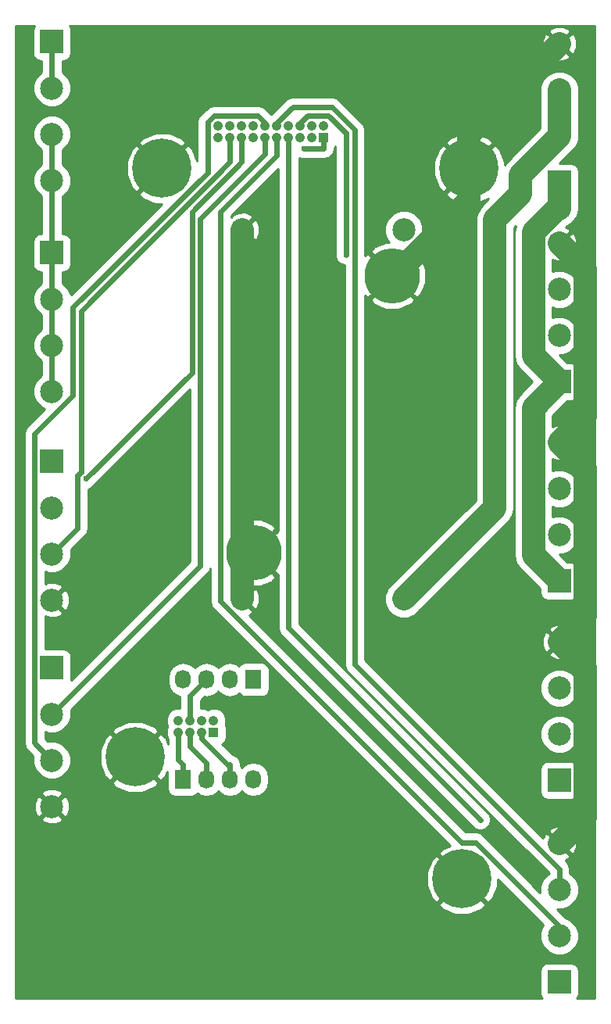
<source format=gbr>
G04 #@! TF.FileFunction,Copper,L1,Top,Signal*
%FSLAX46Y46*%
G04 Gerber Fmt 4.6, Leading zero omitted, Abs format (unit mm)*
G04 Created by KiCad (PCBNEW 4.0.3+e1-6302~38~ubuntu16.04.1-stable) date Thu Aug 18 14:21:30 2016*
%MOMM*%
%LPD*%
G01*
G04 APERTURE LIST*
%ADD10C,0.100000*%
%ADD11C,2.500000*%
%ADD12R,2.500000X2.500000*%
%ADD13R,1.727200X2.032000*%
%ADD14O,1.727200X2.032000*%
%ADD15R,1.050000X1.050000*%
%ADD16C,1.050000*%
%ADD17C,2.499360*%
%ADD18C,6.400000*%
%ADD19C,6.000000*%
%ADD20C,0.600000*%
%ADD21C,2.500000*%
%ADD22C,0.600000*%
%ADD23C,0.254000*%
G04 APERTURE END LIST*
D10*
D11*
X110363000Y-25894000D03*
X110363000Y-30894000D03*
D12*
X110363000Y-40894000D03*
D11*
X110363000Y-35894000D03*
D13*
X69596000Y-105537000D03*
D14*
X72136000Y-105537000D03*
X74676000Y-105537000D03*
X77216000Y-105537000D03*
D15*
X72898000Y-100457000D03*
D16*
X71628000Y-100457000D03*
X70358000Y-100457000D03*
X69088000Y-100457000D03*
X71628000Y-99187000D03*
X70358000Y-99187000D03*
X69088000Y-99187000D03*
X72898000Y-99187000D03*
D13*
X77216000Y-94742000D03*
D14*
X74676000Y-94742000D03*
X72136000Y-94742000D03*
X69596000Y-94742000D03*
D17*
X93500000Y-46000000D03*
X76000000Y-46000000D03*
X93500000Y-86000000D03*
X76000000Y-86000000D03*
D11*
X110363000Y-47484000D03*
X110363000Y-52484000D03*
D12*
X110363000Y-62484000D03*
D11*
X110363000Y-57484000D03*
X110363000Y-69074000D03*
X110363000Y-74074000D03*
D12*
X110363000Y-84074000D03*
D11*
X110363000Y-79074000D03*
X110363000Y-90664000D03*
X110363000Y-95664000D03*
D12*
X110363000Y-105664000D03*
D11*
X110363000Y-100664000D03*
X110363000Y-112508000D03*
X110363000Y-117508000D03*
D12*
X110363000Y-127508000D03*
D11*
X110363000Y-122508000D03*
X55372000Y-108472000D03*
X55372000Y-103472000D03*
D12*
X55372000Y-93472000D03*
D11*
X55372000Y-98472000D03*
X55372000Y-86120000D03*
X55372000Y-81120000D03*
D12*
X55372000Y-71120000D03*
D11*
X55372000Y-76120000D03*
X55372000Y-63514000D03*
X55372000Y-58514000D03*
D12*
X55372000Y-48514000D03*
D11*
X55372000Y-53514000D03*
X55372000Y-40654000D03*
X55372000Y-35654000D03*
D12*
X55372000Y-25654000D03*
D11*
X55372000Y-30654000D03*
D16*
X74676000Y-36068000D03*
X74676000Y-34798000D03*
X75946000Y-36068000D03*
X75946000Y-34798000D03*
X77216000Y-36068000D03*
X77216000Y-34798000D03*
X78486000Y-34798000D03*
X73406000Y-36068000D03*
X73406000Y-34798000D03*
X78486000Y-36068000D03*
X79756000Y-34798000D03*
X79756000Y-36068000D03*
X79756000Y-36068000D03*
X79756000Y-36068000D03*
X79756000Y-36068000D03*
X79756000Y-36068000D03*
X79756000Y-36068000D03*
X79756000Y-36068000D03*
D15*
X84836000Y-36068000D03*
D16*
X83566000Y-36068000D03*
X82296000Y-36068000D03*
X81026000Y-36068000D03*
X79756000Y-36068000D03*
X83566000Y-34798000D03*
X82296000Y-34798000D03*
X81026000Y-34798000D03*
X79756000Y-34798000D03*
X84836000Y-34798000D03*
D18*
X64389000Y-103124000D03*
X67310000Y-39370000D03*
X100584000Y-39370000D03*
D19*
X92250000Y-51000000D03*
X77250000Y-81000000D03*
D18*
X99822000Y-116332000D03*
D20*
X82665700Y-37193300D03*
X87230300Y-48736500D03*
X101791100Y-109908000D03*
X59046300Y-72984000D03*
D21*
X100584000Y-42919100D02*
X100584000Y-39370000D01*
X92503100Y-51000000D02*
X100584000Y-42919100D01*
X92250000Y-51000000D02*
X92503100Y-51000000D01*
X100584000Y-35673000D02*
X110363000Y-25894000D01*
X100584000Y-39370000D02*
X100584000Y-35673000D01*
X76000000Y-79750000D02*
X76000000Y-46000000D01*
X77250000Y-81000000D02*
X76000000Y-79750000D01*
X76000000Y-82250000D02*
X76000000Y-86000000D01*
X77250000Y-81000000D02*
X76000000Y-82250000D01*
X113163400Y-66273600D02*
X110363000Y-69074000D01*
X113163400Y-50284400D02*
X113163400Y-66273600D01*
X110363000Y-47484000D02*
X113163400Y-50284400D01*
X113163400Y-87863600D02*
X110363000Y-90664000D01*
X113163400Y-71874400D02*
X113163400Y-87863600D01*
X110363000Y-69074000D02*
X113163400Y-71874400D01*
X113163400Y-109707600D02*
X110363000Y-112508000D01*
X113163400Y-93464400D02*
X113163400Y-109707600D01*
X110363000Y-90664000D02*
X113163400Y-93464400D01*
X110363000Y-35894000D02*
X110363000Y-30894000D01*
X103362400Y-76137600D02*
X93500000Y-86000000D01*
X103362400Y-44923600D02*
X103362400Y-76137600D01*
X106162600Y-42123400D02*
X103362400Y-44923600D01*
X106162600Y-40094400D02*
X106162600Y-42123400D01*
X110363000Y-35894000D02*
X106162600Y-40094400D01*
X110363000Y-40894000D02*
X110363000Y-43694300D01*
X110151400Y-43694300D02*
X110363000Y-43694300D01*
X107558100Y-46287600D02*
X110151400Y-43694300D01*
X107558100Y-59679100D02*
X107558100Y-46287600D01*
X110363000Y-62484000D02*
X107558100Y-59679100D01*
X107561600Y-81272600D02*
X110363000Y-84074000D01*
X107561600Y-65285400D02*
X107561600Y-81272600D01*
X110363000Y-62484000D02*
X107561600Y-65285400D01*
D22*
X69088000Y-103412700D02*
X69596000Y-103920700D01*
X69088000Y-100457000D02*
X69088000Y-103412700D01*
X69596000Y-105537000D02*
X69596000Y-103920700D01*
X72136000Y-103735100D02*
X72136000Y-105537000D01*
X70358000Y-101957100D02*
X72136000Y-103735100D01*
X70358000Y-100457000D02*
X70358000Y-101957100D01*
X74416000Y-103920700D02*
X74676000Y-103920700D01*
X71628000Y-101132700D02*
X74416000Y-103920700D01*
X71628000Y-100457000D02*
X71628000Y-101132700D01*
X74676000Y-105537000D02*
X74676000Y-103920700D01*
X70358000Y-96520000D02*
X72136000Y-94742000D01*
X70358000Y-99187000D02*
X70358000Y-96520000D01*
X55372000Y-25654000D02*
X55372000Y-30654000D01*
X55372000Y-35654000D02*
X55372000Y-40654000D01*
X55372000Y-40654000D02*
X55372000Y-48514000D01*
X55372000Y-48514000D02*
X55372000Y-53514000D01*
X55372000Y-53514000D02*
X55372000Y-58514000D01*
X55372000Y-58514000D02*
X55372000Y-63514000D01*
X84836000Y-36068000D02*
X84836000Y-37193300D01*
X84836000Y-37193300D02*
X82665700Y-37193300D01*
X87230300Y-35563500D02*
X87230300Y-48736500D01*
X85331500Y-33664700D02*
X87230300Y-35563500D01*
X83075000Y-33664700D02*
X85331500Y-33664700D01*
X82296000Y-34443700D02*
X83075000Y-33664700D01*
X82296000Y-34798000D02*
X82296000Y-34443700D01*
X81026000Y-89142900D02*
X81026000Y-36068000D01*
X101791100Y-109908000D02*
X81026000Y-89142900D01*
X110363000Y-121470100D02*
X110363000Y-122508000D01*
X101266800Y-112373900D02*
X110363000Y-121470100D01*
X99742200Y-112373900D02*
X101266800Y-112373900D01*
X73640600Y-86272300D02*
X99742200Y-112373900D01*
X73640600Y-44056100D02*
X73640600Y-86272300D01*
X79756000Y-37940700D02*
X73640600Y-44056100D01*
X79756000Y-36068000D02*
X79756000Y-37940700D01*
X110363000Y-115250900D02*
X110363000Y-117508000D01*
X88166700Y-93054600D02*
X110363000Y-115250900D01*
X88166700Y-35224600D02*
X88166700Y-93054600D01*
X85694200Y-32752100D02*
X88166700Y-35224600D01*
X81461100Y-32752100D02*
X85694200Y-32752100D01*
X79756000Y-34457200D02*
X81461100Y-32752100D01*
X79756000Y-34798000D02*
X79756000Y-34457200D01*
X71449600Y-82394400D02*
X55372000Y-98472000D01*
X71449600Y-44819800D02*
X71449600Y-82394400D01*
X78486000Y-37783400D02*
X71449600Y-44819800D01*
X78486000Y-36068000D02*
X78486000Y-37783400D01*
X53501900Y-101601900D02*
X55372000Y-103472000D01*
X53501900Y-68088500D02*
X53501900Y-101601900D01*
X57621200Y-63969200D02*
X53501900Y-68088500D01*
X57621200Y-54433400D02*
X57621200Y-63969200D01*
X72238000Y-39816600D02*
X57621200Y-54433400D01*
X72238000Y-34374500D02*
X72238000Y-39816600D01*
X72955200Y-33657300D02*
X72238000Y-34374500D01*
X77700600Y-33657300D02*
X72955200Y-33657300D01*
X78486000Y-34442700D02*
X77700600Y-33657300D01*
X78486000Y-34798000D02*
X78486000Y-34442700D01*
X70549200Y-61481100D02*
X59046300Y-72984000D01*
X70549200Y-44052000D02*
X70549200Y-61481100D01*
X75946000Y-38655200D02*
X70549200Y-44052000D01*
X75946000Y-36068000D02*
X75946000Y-38655200D01*
X58146000Y-78346000D02*
X55372000Y-81120000D01*
X58146000Y-72611000D02*
X58146000Y-78346000D01*
X58521500Y-72235500D02*
X58146000Y-72611000D01*
X58521500Y-54806400D02*
X58521500Y-72235500D01*
X74676000Y-38651900D02*
X58521500Y-54806400D01*
X74676000Y-36068000D02*
X74676000Y-38651900D01*
D23*
G36*
X53345231Y-24075948D02*
X53278799Y-24404000D01*
X53278799Y-26904000D01*
X53336465Y-27210468D01*
X53517587Y-27491939D01*
X53793948Y-27680769D01*
X54122000Y-27747201D01*
X54245000Y-27747201D01*
X54245000Y-28872349D01*
X54197011Y-28892178D01*
X53612232Y-29475938D01*
X53295361Y-30239047D01*
X53294640Y-31065328D01*
X53610178Y-31828989D01*
X54193938Y-32413768D01*
X54957047Y-32730639D01*
X55783328Y-32731360D01*
X56546989Y-32415822D01*
X57131768Y-31832062D01*
X57448639Y-31068953D01*
X57449360Y-30242672D01*
X57133822Y-29479011D01*
X56550062Y-28894232D01*
X56499000Y-28873029D01*
X56499000Y-27747201D01*
X56622000Y-27747201D01*
X56928468Y-27689535D01*
X57209939Y-27508413D01*
X57398769Y-27232052D01*
X57399727Y-27227320D01*
X109209285Y-27227320D01*
X109338533Y-27520123D01*
X110038806Y-27788388D01*
X110788435Y-27768250D01*
X111387467Y-27520123D01*
X111516715Y-27227320D01*
X110363000Y-26073605D01*
X109209285Y-27227320D01*
X57399727Y-27227320D01*
X57465201Y-26904000D01*
X57465201Y-25569806D01*
X108468612Y-25569806D01*
X108488750Y-26319435D01*
X108736877Y-26918467D01*
X109029680Y-27047715D01*
X110183395Y-25894000D01*
X110542605Y-25894000D01*
X111696320Y-27047715D01*
X111989123Y-26918467D01*
X112257388Y-26218194D01*
X112237250Y-25468565D01*
X111989123Y-24869533D01*
X111696320Y-24740285D01*
X110542605Y-25894000D01*
X110183395Y-25894000D01*
X109029680Y-24740285D01*
X108736877Y-24869533D01*
X108468612Y-25569806D01*
X57465201Y-25569806D01*
X57465201Y-24560680D01*
X109209285Y-24560680D01*
X110363000Y-25714395D01*
X111516715Y-24560680D01*
X111387467Y-24267877D01*
X110687194Y-23999612D01*
X109937565Y-24019750D01*
X109338533Y-24267877D01*
X109209285Y-24560680D01*
X57465201Y-24560680D01*
X57465201Y-24404000D01*
X57407535Y-24097532D01*
X57273348Y-23889000D01*
X114160000Y-23889000D01*
X114160000Y-129273000D01*
X112262032Y-129273000D01*
X112389769Y-129086052D01*
X112456201Y-128758000D01*
X112456201Y-126258000D01*
X112398535Y-125951532D01*
X112217413Y-125670061D01*
X111941052Y-125481231D01*
X111613000Y-125414799D01*
X109113000Y-125414799D01*
X108806532Y-125472465D01*
X108525061Y-125653587D01*
X108336231Y-125929948D01*
X108269799Y-126258000D01*
X108269799Y-128758000D01*
X108327465Y-129064468D01*
X108461652Y-129273000D01*
X51448000Y-129273000D01*
X51448000Y-119072910D01*
X97260695Y-119072910D01*
X97627640Y-119568343D01*
X99033171Y-120161736D01*
X100558793Y-120172087D01*
X101972246Y-119597819D01*
X102016360Y-119568343D01*
X102383305Y-119072910D01*
X99822000Y-116511605D01*
X97260695Y-119072910D01*
X51448000Y-119072910D01*
X51448000Y-117068793D01*
X95981913Y-117068793D01*
X96556181Y-118482246D01*
X96585657Y-118526360D01*
X97081090Y-118893305D01*
X99642395Y-116332000D01*
X97081090Y-113770695D01*
X96585657Y-114137640D01*
X95992264Y-115543171D01*
X95981913Y-117068793D01*
X51448000Y-117068793D01*
X51448000Y-109805320D01*
X54218285Y-109805320D01*
X54347533Y-110098123D01*
X55047806Y-110366388D01*
X55797435Y-110346250D01*
X56396467Y-110098123D01*
X56525715Y-109805320D01*
X55372000Y-108651605D01*
X54218285Y-109805320D01*
X51448000Y-109805320D01*
X51448000Y-108147806D01*
X53477612Y-108147806D01*
X53497750Y-108897435D01*
X53745877Y-109496467D01*
X54038680Y-109625715D01*
X55192395Y-108472000D01*
X55551605Y-108472000D01*
X56705320Y-109625715D01*
X56998123Y-109496467D01*
X57266388Y-108796194D01*
X57246250Y-108046565D01*
X56998123Y-107447533D01*
X56705320Y-107318285D01*
X55551605Y-108472000D01*
X55192395Y-108472000D01*
X54038680Y-107318285D01*
X53745877Y-107447533D01*
X53477612Y-108147806D01*
X51448000Y-108147806D01*
X51448000Y-107138680D01*
X54218285Y-107138680D01*
X55372000Y-108292395D01*
X56525715Y-107138680D01*
X56396467Y-106845877D01*
X55696194Y-106577612D01*
X54946565Y-106597750D01*
X54347533Y-106845877D01*
X54218285Y-107138680D01*
X51448000Y-107138680D01*
X51448000Y-105864910D01*
X61827695Y-105864910D01*
X62194640Y-106360343D01*
X63600171Y-106953736D01*
X65125793Y-106964087D01*
X66539246Y-106389819D01*
X66583360Y-106360343D01*
X66950305Y-105864910D01*
X64389000Y-103303605D01*
X61827695Y-105864910D01*
X51448000Y-105864910D01*
X51448000Y-68088500D01*
X52374900Y-68088500D01*
X52374900Y-101601900D01*
X52460688Y-102033184D01*
X52704991Y-102398809D01*
X53315274Y-103009092D01*
X53295361Y-103057047D01*
X53294640Y-103883328D01*
X53610178Y-104646989D01*
X54193938Y-105231768D01*
X54957047Y-105548639D01*
X55783328Y-105549360D01*
X56546989Y-105233822D01*
X57131768Y-104650062D01*
X57448639Y-103886953D01*
X57448661Y-103860793D01*
X60548913Y-103860793D01*
X61123181Y-105274246D01*
X61152657Y-105318360D01*
X61648090Y-105685305D01*
X64209395Y-103124000D01*
X64568605Y-103124000D01*
X67129910Y-105685305D01*
X67625343Y-105318360D01*
X67889199Y-104693382D01*
X67889199Y-106553000D01*
X67946865Y-106859468D01*
X68127987Y-107140939D01*
X68404348Y-107329769D01*
X68732400Y-107396201D01*
X70459600Y-107396201D01*
X70766068Y-107338535D01*
X71047539Y-107157413D01*
X71124938Y-107044136D01*
X71489035Y-107287418D01*
X72136000Y-107416107D01*
X72782965Y-107287418D01*
X73331435Y-106920942D01*
X73406000Y-106809348D01*
X73480565Y-106920942D01*
X74029035Y-107287418D01*
X74676000Y-107416107D01*
X75322965Y-107287418D01*
X75871435Y-106920942D01*
X75946000Y-106809348D01*
X76020565Y-106920942D01*
X76569035Y-107287418D01*
X77216000Y-107416107D01*
X77862965Y-107287418D01*
X78411435Y-106920942D01*
X78777911Y-106372472D01*
X78906600Y-105725507D01*
X78906600Y-105348493D01*
X78777911Y-104701528D01*
X78411435Y-104153058D01*
X77862965Y-103786582D01*
X77216000Y-103657893D01*
X76569035Y-103786582D01*
X76020565Y-104153058D01*
X75946000Y-104264652D01*
X75871435Y-104153058D01*
X75803000Y-104107331D01*
X75803000Y-103920700D01*
X75717212Y-103489416D01*
X75472909Y-103123791D01*
X75107284Y-102879488D01*
X74934173Y-102845054D01*
X73806856Y-101717737D01*
X74010939Y-101586413D01*
X74199769Y-101310052D01*
X74266201Y-100982000D01*
X74266201Y-99932000D01*
X74208535Y-99625532D01*
X74191088Y-99598419D01*
X74249765Y-99457109D01*
X74250234Y-98919250D01*
X74044838Y-98422154D01*
X73664846Y-98041499D01*
X73168109Y-97835235D01*
X72630250Y-97834766D01*
X72262709Y-97986631D01*
X71898109Y-97835235D01*
X71485000Y-97834875D01*
X71485000Y-96986818D01*
X71898044Y-96573775D01*
X72136000Y-96621107D01*
X72782965Y-96492418D01*
X73331435Y-96125942D01*
X73406000Y-96014348D01*
X73480565Y-96125942D01*
X74029035Y-96492418D01*
X74676000Y-96621107D01*
X75322965Y-96492418D01*
X75686107Y-96249774D01*
X75747987Y-96345939D01*
X76024348Y-96534769D01*
X76352400Y-96601201D01*
X78079600Y-96601201D01*
X78386068Y-96543535D01*
X78667539Y-96362413D01*
X78856369Y-96086052D01*
X78922801Y-95758000D01*
X78922801Y-93726000D01*
X78865135Y-93419532D01*
X78684013Y-93138061D01*
X78407652Y-92949231D01*
X78079600Y-92882799D01*
X76352400Y-92882799D01*
X76045932Y-92940465D01*
X75764461Y-93121587D01*
X75687062Y-93234864D01*
X75322965Y-92991582D01*
X74676000Y-92862893D01*
X74029035Y-92991582D01*
X73480565Y-93358058D01*
X73406000Y-93469652D01*
X73331435Y-93358058D01*
X72782965Y-92991582D01*
X72136000Y-92862893D01*
X71489035Y-92991582D01*
X70940565Y-93358058D01*
X70866000Y-93469652D01*
X70791435Y-93358058D01*
X70242965Y-92991582D01*
X69596000Y-92862893D01*
X68949035Y-92991582D01*
X68400565Y-93358058D01*
X68034089Y-93906528D01*
X67905400Y-94553493D01*
X67905400Y-94930507D01*
X68034089Y-95577472D01*
X68400565Y-96125942D01*
X68949035Y-96492418D01*
X69231000Y-96548504D01*
X69231000Y-97835124D01*
X68820250Y-97834766D01*
X68323154Y-98040162D01*
X67942499Y-98420154D01*
X67736235Y-98916891D01*
X67735766Y-99454750D01*
X67887631Y-99822291D01*
X67736235Y-100186891D01*
X67735766Y-100724750D01*
X67941162Y-101221846D01*
X67961000Y-101241719D01*
X67961000Y-101727361D01*
X67654819Y-100973754D01*
X67625343Y-100929640D01*
X67129910Y-100562695D01*
X64568605Y-103124000D01*
X64209395Y-103124000D01*
X61648090Y-100562695D01*
X61152657Y-100929640D01*
X60559264Y-102335171D01*
X60548913Y-103860793D01*
X57448661Y-103860793D01*
X57449360Y-103060672D01*
X57133822Y-102297011D01*
X56550062Y-101712232D01*
X55786953Y-101395361D01*
X54960672Y-101394640D01*
X54909572Y-101415754D01*
X54628900Y-101135082D01*
X54628900Y-100412380D01*
X54957047Y-100548639D01*
X55783328Y-100549360D01*
X56185732Y-100383090D01*
X61827695Y-100383090D01*
X64389000Y-102944395D01*
X66950305Y-100383090D01*
X66583360Y-99887657D01*
X65177829Y-99294264D01*
X63652207Y-99283913D01*
X62238754Y-99858181D01*
X62194640Y-99887657D01*
X61827695Y-100383090D01*
X56185732Y-100383090D01*
X56546989Y-100233822D01*
X57131768Y-99650062D01*
X57448639Y-98886953D01*
X57449360Y-98060672D01*
X57428246Y-98009572D01*
X72246509Y-83191309D01*
X72490812Y-82825684D01*
X72513600Y-82711121D01*
X72513600Y-86272300D01*
X72599388Y-86703584D01*
X72843691Y-87069209D01*
X98502955Y-112728474D01*
X97671754Y-113066181D01*
X97627640Y-113095657D01*
X97260695Y-113591090D01*
X99822000Y-116152395D01*
X99836143Y-116138253D01*
X100015748Y-116317858D01*
X100001605Y-116332000D01*
X102562910Y-118893305D01*
X103058343Y-118526360D01*
X103651736Y-117120829D01*
X103656913Y-116357831D01*
X108616137Y-121317056D01*
X108603232Y-121329938D01*
X108286361Y-122093047D01*
X108285640Y-122919328D01*
X108601178Y-123682989D01*
X109184938Y-124267768D01*
X109948047Y-124584639D01*
X110774328Y-124585360D01*
X111537989Y-124269822D01*
X112122768Y-123686062D01*
X112439639Y-122922953D01*
X112440360Y-122096672D01*
X112124822Y-121333011D01*
X111541062Y-120748232D01*
X111017583Y-120530864D01*
X110071466Y-119584747D01*
X110774328Y-119585360D01*
X111537989Y-119269822D01*
X112122768Y-118686062D01*
X112439639Y-117922953D01*
X112440360Y-117096672D01*
X112124822Y-116333011D01*
X111541062Y-115748232D01*
X111490000Y-115727029D01*
X111490000Y-115250900D01*
X111404212Y-114819616D01*
X111404212Y-114819615D01*
X111159909Y-114453990D01*
X111000379Y-114294460D01*
X111387467Y-114134123D01*
X111516715Y-113841320D01*
X110363000Y-112687605D01*
X110348858Y-112701748D01*
X110169253Y-112522143D01*
X110183395Y-112508000D01*
X110542605Y-112508000D01*
X111696320Y-113661715D01*
X111989123Y-113532467D01*
X112257388Y-112832194D01*
X112237250Y-112082565D01*
X111989123Y-111483533D01*
X111696320Y-111354285D01*
X110542605Y-112508000D01*
X110183395Y-112508000D01*
X109029680Y-111354285D01*
X108736877Y-111483533D01*
X108585252Y-111879333D01*
X107880599Y-111174680D01*
X109209285Y-111174680D01*
X110363000Y-112328395D01*
X111516715Y-111174680D01*
X111387467Y-110881877D01*
X110687194Y-110613612D01*
X109937565Y-110633750D01*
X109338533Y-110881877D01*
X109209285Y-111174680D01*
X107880599Y-111174680D01*
X101119919Y-104414000D01*
X108269799Y-104414000D01*
X108269799Y-106914000D01*
X108327465Y-107220468D01*
X108508587Y-107501939D01*
X108784948Y-107690769D01*
X109113000Y-107757201D01*
X111613000Y-107757201D01*
X111919468Y-107699535D01*
X112200939Y-107518413D01*
X112389769Y-107242052D01*
X112456201Y-106914000D01*
X112456201Y-104414000D01*
X112398535Y-104107532D01*
X112217413Y-103826061D01*
X111941052Y-103637231D01*
X111613000Y-103570799D01*
X109113000Y-103570799D01*
X108806532Y-103628465D01*
X108525061Y-103809587D01*
X108336231Y-104085948D01*
X108269799Y-104414000D01*
X101119919Y-104414000D01*
X97781247Y-101075328D01*
X108285640Y-101075328D01*
X108601178Y-101838989D01*
X109184938Y-102423768D01*
X109948047Y-102740639D01*
X110774328Y-102741360D01*
X111537989Y-102425822D01*
X112122768Y-101842062D01*
X112439639Y-101078953D01*
X112440360Y-100252672D01*
X112124822Y-99489011D01*
X111541062Y-98904232D01*
X110777953Y-98587361D01*
X109951672Y-98586640D01*
X109188011Y-98902178D01*
X108603232Y-99485938D01*
X108286361Y-100249047D01*
X108285640Y-101075328D01*
X97781247Y-101075328D01*
X92781247Y-96075328D01*
X108285640Y-96075328D01*
X108601178Y-96838989D01*
X109184938Y-97423768D01*
X109948047Y-97740639D01*
X110774328Y-97741360D01*
X111537989Y-97425822D01*
X112122768Y-96842062D01*
X112439639Y-96078953D01*
X112440360Y-95252672D01*
X112124822Y-94489011D01*
X111541062Y-93904232D01*
X110777953Y-93587361D01*
X109951672Y-93586640D01*
X109188011Y-93902178D01*
X108603232Y-94485938D01*
X108286361Y-95249047D01*
X108285640Y-96075328D01*
X92781247Y-96075328D01*
X89293700Y-92587782D01*
X89293700Y-91997320D01*
X109209285Y-91997320D01*
X109338533Y-92290123D01*
X110038806Y-92558388D01*
X110788435Y-92538250D01*
X111387467Y-92290123D01*
X111516715Y-91997320D01*
X110363000Y-90843605D01*
X109209285Y-91997320D01*
X89293700Y-91997320D01*
X89293700Y-90339806D01*
X108468612Y-90339806D01*
X108488750Y-91089435D01*
X108736877Y-91688467D01*
X109029680Y-91817715D01*
X110183395Y-90664000D01*
X110542605Y-90664000D01*
X111696320Y-91817715D01*
X111989123Y-91688467D01*
X112257388Y-90988194D01*
X112237250Y-90238565D01*
X111989123Y-89639533D01*
X111696320Y-89510285D01*
X110542605Y-90664000D01*
X110183395Y-90664000D01*
X109029680Y-89510285D01*
X108736877Y-89639533D01*
X108468612Y-90339806D01*
X89293700Y-90339806D01*
X89293700Y-89330680D01*
X109209285Y-89330680D01*
X110363000Y-90484395D01*
X111516715Y-89330680D01*
X111387467Y-89037877D01*
X110687194Y-88769612D01*
X109937565Y-88789750D01*
X109338533Y-89037877D01*
X109209285Y-89330680D01*
X89293700Y-89330680D01*
X89293700Y-86411265D01*
X91422960Y-86411265D01*
X91580782Y-86793223D01*
X91581102Y-86794834D01*
X91582007Y-86796188D01*
X91738449Y-87174808D01*
X92030426Y-87467295D01*
X92031339Y-87468661D01*
X92032693Y-87469566D01*
X92322119Y-87759497D01*
X92703799Y-87917985D01*
X92705166Y-87918898D01*
X92706764Y-87919216D01*
X93085110Y-88076319D01*
X93498390Y-88076680D01*
X93500000Y-88077000D01*
X93501596Y-88076682D01*
X93911265Y-88077040D01*
X94293223Y-87919218D01*
X94294834Y-87918898D01*
X94296188Y-87917993D01*
X94674808Y-87761551D01*
X94967295Y-87469574D01*
X94968661Y-87468661D01*
X95227365Y-87209957D01*
X95259497Y-87177881D01*
X95259537Y-87177785D01*
X104831061Y-77606261D01*
X105281298Y-76932434D01*
X105439400Y-76137600D01*
X105439400Y-45783922D01*
X105616519Y-45606803D01*
X105481100Y-46287600D01*
X105481100Y-59679100D01*
X105639202Y-60473934D01*
X106089439Y-61147761D01*
X107425678Y-62484000D01*
X106092939Y-63816739D01*
X105642702Y-64490566D01*
X105636940Y-64519535D01*
X105484600Y-65285400D01*
X105484600Y-81272600D01*
X105642702Y-82067434D01*
X106092939Y-82741261D01*
X108269799Y-84918121D01*
X108269799Y-85324000D01*
X108327465Y-85630468D01*
X108508587Y-85911939D01*
X108784948Y-86100769D01*
X109113000Y-86167201D01*
X111613000Y-86167201D01*
X111919468Y-86109535D01*
X112200939Y-85928413D01*
X112389769Y-85652052D01*
X112456201Y-85324000D01*
X112456201Y-82824000D01*
X112398535Y-82517532D01*
X112217413Y-82236061D01*
X111941052Y-82047231D01*
X111613000Y-81980799D01*
X111207121Y-81980799D01*
X110377336Y-81151014D01*
X110774328Y-81151360D01*
X111537989Y-80835822D01*
X112122768Y-80252062D01*
X112439639Y-79488953D01*
X112440360Y-78662672D01*
X112124822Y-77899011D01*
X111541062Y-77314232D01*
X110777953Y-76997361D01*
X109951672Y-76996640D01*
X109638600Y-77125999D01*
X109638600Y-76022145D01*
X109948047Y-76150639D01*
X110774328Y-76151360D01*
X111537989Y-75835822D01*
X112122768Y-75252062D01*
X112439639Y-74488953D01*
X112440360Y-73662672D01*
X112124822Y-72899011D01*
X111541062Y-72314232D01*
X110777953Y-71997361D01*
X109951672Y-71996640D01*
X109638600Y-72125999D01*
X109638600Y-70815075D01*
X110038806Y-70968388D01*
X110788435Y-70948250D01*
X111387467Y-70700123D01*
X111516715Y-70407320D01*
X110363000Y-69253605D01*
X110348858Y-69267748D01*
X110169253Y-69088143D01*
X110183395Y-69074000D01*
X110542605Y-69074000D01*
X111696320Y-70227715D01*
X111989123Y-70098467D01*
X112257388Y-69398194D01*
X112237250Y-68648565D01*
X111989123Y-68049533D01*
X111696320Y-67920285D01*
X110542605Y-69074000D01*
X110183395Y-69074000D01*
X110169253Y-69059858D01*
X110348858Y-68880253D01*
X110363000Y-68894395D01*
X111516715Y-67740680D01*
X111387467Y-67447877D01*
X110687194Y-67179612D01*
X109937565Y-67199750D01*
X109638600Y-67323585D01*
X109638600Y-66145722D01*
X111207121Y-64577201D01*
X111613000Y-64577201D01*
X111919468Y-64519535D01*
X112200939Y-64338413D01*
X112389769Y-64062052D01*
X112456201Y-63734000D01*
X112456201Y-61234000D01*
X112398535Y-60927532D01*
X112217413Y-60646061D01*
X111941052Y-60457231D01*
X111613000Y-60390799D01*
X111207121Y-60390799D01*
X110377336Y-59561014D01*
X110774328Y-59561360D01*
X111537989Y-59245822D01*
X112122768Y-58662062D01*
X112439639Y-57898953D01*
X112440360Y-57072672D01*
X112124822Y-56309011D01*
X111541062Y-55724232D01*
X110777953Y-55407361D01*
X109951672Y-55406640D01*
X109635100Y-55537445D01*
X109635100Y-54430692D01*
X109948047Y-54560639D01*
X110774328Y-54561360D01*
X111537989Y-54245822D01*
X112122768Y-53662062D01*
X112439639Y-52898953D01*
X112440360Y-52072672D01*
X112124822Y-51309011D01*
X111541062Y-50724232D01*
X110777953Y-50407361D01*
X109951672Y-50406640D01*
X109635100Y-50537445D01*
X109635100Y-49223734D01*
X110038806Y-49378388D01*
X110788435Y-49358250D01*
X111387467Y-49110123D01*
X111516715Y-48817320D01*
X110363000Y-47663605D01*
X110348858Y-47677748D01*
X110169253Y-47498143D01*
X110183395Y-47484000D01*
X110542605Y-47484000D01*
X111696320Y-48637715D01*
X111989123Y-48508467D01*
X112257388Y-47808194D01*
X112237250Y-47058565D01*
X111989123Y-46459533D01*
X111696320Y-46330285D01*
X110542605Y-47484000D01*
X110183395Y-47484000D01*
X110169253Y-47469858D01*
X110348858Y-47290253D01*
X110363000Y-47304395D01*
X111516715Y-46150680D01*
X111387467Y-45857877D01*
X111053199Y-45729823D01*
X111193970Y-45589052D01*
X111831661Y-45162961D01*
X112281898Y-44489133D01*
X112440000Y-43694300D01*
X112440000Y-42224003D01*
X112456201Y-42144000D01*
X112456201Y-39644000D01*
X112398535Y-39337532D01*
X112217413Y-39056061D01*
X111941052Y-38867231D01*
X111613000Y-38800799D01*
X110393523Y-38800799D01*
X111831239Y-37363083D01*
X112122768Y-37072062D01*
X112439639Y-36308953D01*
X112440360Y-35482672D01*
X112440000Y-35481801D01*
X112440000Y-30895239D01*
X112440360Y-30482672D01*
X112124822Y-29719011D01*
X111541062Y-29134232D01*
X110777953Y-28817361D01*
X109951672Y-28816640D01*
X109188011Y-29132178D01*
X108603232Y-29715938D01*
X108286361Y-30479047D01*
X108285640Y-31305328D01*
X108286000Y-31306199D01*
X108286000Y-35033678D01*
X104693939Y-38625739D01*
X104421370Y-39033667D01*
X104424087Y-38633207D01*
X103849819Y-37219754D01*
X103820343Y-37175640D01*
X103324910Y-36808695D01*
X100763605Y-39370000D01*
X100777748Y-39384143D01*
X100598143Y-39563748D01*
X100584000Y-39549605D01*
X98022695Y-42110910D01*
X98389640Y-42606343D01*
X99795171Y-43199736D01*
X101320793Y-43210087D01*
X102698224Y-42650454D01*
X101893739Y-43454939D01*
X101443502Y-44128766D01*
X101336459Y-44666911D01*
X101285400Y-44923600D01*
X101285400Y-75277278D01*
X92031339Y-84531339D01*
X92030434Y-84532693D01*
X91740503Y-84822119D01*
X91582015Y-85203799D01*
X91581102Y-85205166D01*
X91580784Y-85206764D01*
X91423681Y-85585110D01*
X91423320Y-85998390D01*
X91423000Y-86000000D01*
X91423318Y-86001596D01*
X91422960Y-86411265D01*
X89293700Y-86411265D01*
X89293700Y-53596630D01*
X89832975Y-53596630D01*
X90175566Y-54071277D01*
X91508800Y-54631342D01*
X92954875Y-54638568D01*
X94293639Y-54091854D01*
X94324434Y-54071277D01*
X94667025Y-53596630D01*
X92250000Y-51179605D01*
X89832975Y-53596630D01*
X89293700Y-53596630D01*
X89293700Y-53157422D01*
X89653370Y-53417025D01*
X92070395Y-51000000D01*
X92429605Y-51000000D01*
X94846630Y-53417025D01*
X95321277Y-53074434D01*
X95881342Y-51741200D01*
X95888568Y-50295125D01*
X95341854Y-48956361D01*
X95321277Y-48925566D01*
X94846630Y-48582975D01*
X92429605Y-51000000D01*
X92070395Y-51000000D01*
X89653370Y-48582975D01*
X89293700Y-48842578D01*
X89293700Y-48403370D01*
X89832975Y-48403370D01*
X92250000Y-50820395D01*
X94667025Y-48403370D01*
X94324434Y-47928723D01*
X94297551Y-47917430D01*
X94674808Y-47761551D01*
X95259497Y-47177881D01*
X95576319Y-46414890D01*
X95577040Y-45588735D01*
X95261551Y-44825192D01*
X94677881Y-44240503D01*
X93914890Y-43923681D01*
X93088735Y-43922960D01*
X92325192Y-44238449D01*
X91740503Y-44822119D01*
X91423681Y-45585110D01*
X91422960Y-46411265D01*
X91738449Y-47174808D01*
X91926651Y-47363338D01*
X91545125Y-47361432D01*
X90206361Y-47908146D01*
X90175566Y-47928723D01*
X89832975Y-48403370D01*
X89293700Y-48403370D01*
X89293700Y-40106793D01*
X96743913Y-40106793D01*
X97318181Y-41520246D01*
X97347657Y-41564360D01*
X97843090Y-41931305D01*
X100404395Y-39370000D01*
X97843090Y-36808695D01*
X97347657Y-37175640D01*
X96754264Y-38581171D01*
X96743913Y-40106793D01*
X89293700Y-40106793D01*
X89293700Y-36629090D01*
X98022695Y-36629090D01*
X100584000Y-39190395D01*
X103145305Y-36629090D01*
X102778360Y-36133657D01*
X101372829Y-35540264D01*
X99847207Y-35529913D01*
X98433754Y-36104181D01*
X98389640Y-36133657D01*
X98022695Y-36629090D01*
X89293700Y-36629090D01*
X89293700Y-35224600D01*
X89207912Y-34793316D01*
X88963609Y-34427691D01*
X86491109Y-31955191D01*
X86125484Y-31710888D01*
X85694200Y-31625100D01*
X81461100Y-31625100D01*
X81029816Y-31710888D01*
X80664191Y-31955190D01*
X79128250Y-33491132D01*
X78497509Y-32860391D01*
X78131884Y-32616088D01*
X77700600Y-32530300D01*
X72955200Y-32530300D01*
X72523916Y-32616088D01*
X72158291Y-32860391D01*
X71441091Y-33577591D01*
X71196788Y-33943216D01*
X71111000Y-34374500D01*
X71111000Y-38537002D01*
X70575819Y-37219754D01*
X70546343Y-37175640D01*
X70050910Y-36808695D01*
X67489605Y-39370000D01*
X67503748Y-39384143D01*
X67324143Y-39563748D01*
X67310000Y-39549605D01*
X64748695Y-42110910D01*
X65115640Y-42606343D01*
X66521171Y-43199736D01*
X67256060Y-43204722D01*
X57422680Y-53038102D01*
X57133822Y-52339011D01*
X56550062Y-51754232D01*
X56499000Y-51733029D01*
X56499000Y-50607201D01*
X56622000Y-50607201D01*
X56928468Y-50549535D01*
X57209939Y-50368413D01*
X57398769Y-50092052D01*
X57465201Y-49764000D01*
X57465201Y-47264000D01*
X57407535Y-46957532D01*
X57226413Y-46676061D01*
X56950052Y-46487231D01*
X56622000Y-46420799D01*
X56499000Y-46420799D01*
X56499000Y-42435651D01*
X56546989Y-42415822D01*
X57131768Y-41832062D01*
X57448639Y-41068953D01*
X57449360Y-40242672D01*
X57393216Y-40106793D01*
X63469913Y-40106793D01*
X64044181Y-41520246D01*
X64073657Y-41564360D01*
X64569090Y-41931305D01*
X67130395Y-39370000D01*
X64569090Y-36808695D01*
X64073657Y-37175640D01*
X63480264Y-38581171D01*
X63469913Y-40106793D01*
X57393216Y-40106793D01*
X57133822Y-39479011D01*
X56550062Y-38894232D01*
X56499000Y-38873029D01*
X56499000Y-37435651D01*
X56546989Y-37415822D01*
X57131768Y-36832062D01*
X57216049Y-36629090D01*
X64748695Y-36629090D01*
X67310000Y-39190395D01*
X69871305Y-36629090D01*
X69504360Y-36133657D01*
X68098829Y-35540264D01*
X66573207Y-35529913D01*
X65159754Y-36104181D01*
X65115640Y-36133657D01*
X64748695Y-36629090D01*
X57216049Y-36629090D01*
X57448639Y-36068953D01*
X57449360Y-35242672D01*
X57133822Y-34479011D01*
X56550062Y-33894232D01*
X55786953Y-33577361D01*
X54960672Y-33576640D01*
X54197011Y-33892178D01*
X53612232Y-34475938D01*
X53295361Y-35239047D01*
X53294640Y-36065328D01*
X53610178Y-36828989D01*
X54193938Y-37413768D01*
X54245000Y-37434971D01*
X54245000Y-38872349D01*
X54197011Y-38892178D01*
X53612232Y-39475938D01*
X53295361Y-40239047D01*
X53294640Y-41065328D01*
X53610178Y-41828989D01*
X54193938Y-42413768D01*
X54245000Y-42434971D01*
X54245000Y-46420799D01*
X54122000Y-46420799D01*
X53815532Y-46478465D01*
X53534061Y-46659587D01*
X53345231Y-46935948D01*
X53278799Y-47264000D01*
X53278799Y-49764000D01*
X53336465Y-50070468D01*
X53517587Y-50351939D01*
X53793948Y-50540769D01*
X54122000Y-50607201D01*
X54245000Y-50607201D01*
X54245000Y-51732349D01*
X54197011Y-51752178D01*
X53612232Y-52335938D01*
X53295361Y-53099047D01*
X53294640Y-53925328D01*
X53610178Y-54688989D01*
X54193938Y-55273768D01*
X54245000Y-55294971D01*
X54245000Y-56732349D01*
X54197011Y-56752178D01*
X53612232Y-57335938D01*
X53295361Y-58099047D01*
X53294640Y-58925328D01*
X53610178Y-59688989D01*
X54193938Y-60273768D01*
X54245000Y-60294971D01*
X54245000Y-61732349D01*
X54197011Y-61752178D01*
X53612232Y-62335938D01*
X53295361Y-63099047D01*
X53294640Y-63925328D01*
X53610178Y-64688989D01*
X54193938Y-65273768D01*
X54567639Y-65428943D01*
X52704991Y-67291591D01*
X52460688Y-67657216D01*
X52374900Y-68088500D01*
X51448000Y-68088500D01*
X51448000Y-23889000D01*
X53472968Y-23889000D01*
X53345231Y-24075948D01*
X53345231Y-24075948D01*
G37*
X53345231Y-24075948D02*
X53278799Y-24404000D01*
X53278799Y-26904000D01*
X53336465Y-27210468D01*
X53517587Y-27491939D01*
X53793948Y-27680769D01*
X54122000Y-27747201D01*
X54245000Y-27747201D01*
X54245000Y-28872349D01*
X54197011Y-28892178D01*
X53612232Y-29475938D01*
X53295361Y-30239047D01*
X53294640Y-31065328D01*
X53610178Y-31828989D01*
X54193938Y-32413768D01*
X54957047Y-32730639D01*
X55783328Y-32731360D01*
X56546989Y-32415822D01*
X57131768Y-31832062D01*
X57448639Y-31068953D01*
X57449360Y-30242672D01*
X57133822Y-29479011D01*
X56550062Y-28894232D01*
X56499000Y-28873029D01*
X56499000Y-27747201D01*
X56622000Y-27747201D01*
X56928468Y-27689535D01*
X57209939Y-27508413D01*
X57398769Y-27232052D01*
X57399727Y-27227320D01*
X109209285Y-27227320D01*
X109338533Y-27520123D01*
X110038806Y-27788388D01*
X110788435Y-27768250D01*
X111387467Y-27520123D01*
X111516715Y-27227320D01*
X110363000Y-26073605D01*
X109209285Y-27227320D01*
X57399727Y-27227320D01*
X57465201Y-26904000D01*
X57465201Y-25569806D01*
X108468612Y-25569806D01*
X108488750Y-26319435D01*
X108736877Y-26918467D01*
X109029680Y-27047715D01*
X110183395Y-25894000D01*
X110542605Y-25894000D01*
X111696320Y-27047715D01*
X111989123Y-26918467D01*
X112257388Y-26218194D01*
X112237250Y-25468565D01*
X111989123Y-24869533D01*
X111696320Y-24740285D01*
X110542605Y-25894000D01*
X110183395Y-25894000D01*
X109029680Y-24740285D01*
X108736877Y-24869533D01*
X108468612Y-25569806D01*
X57465201Y-25569806D01*
X57465201Y-24560680D01*
X109209285Y-24560680D01*
X110363000Y-25714395D01*
X111516715Y-24560680D01*
X111387467Y-24267877D01*
X110687194Y-23999612D01*
X109937565Y-24019750D01*
X109338533Y-24267877D01*
X109209285Y-24560680D01*
X57465201Y-24560680D01*
X57465201Y-24404000D01*
X57407535Y-24097532D01*
X57273348Y-23889000D01*
X114160000Y-23889000D01*
X114160000Y-129273000D01*
X112262032Y-129273000D01*
X112389769Y-129086052D01*
X112456201Y-128758000D01*
X112456201Y-126258000D01*
X112398535Y-125951532D01*
X112217413Y-125670061D01*
X111941052Y-125481231D01*
X111613000Y-125414799D01*
X109113000Y-125414799D01*
X108806532Y-125472465D01*
X108525061Y-125653587D01*
X108336231Y-125929948D01*
X108269799Y-126258000D01*
X108269799Y-128758000D01*
X108327465Y-129064468D01*
X108461652Y-129273000D01*
X51448000Y-129273000D01*
X51448000Y-119072910D01*
X97260695Y-119072910D01*
X97627640Y-119568343D01*
X99033171Y-120161736D01*
X100558793Y-120172087D01*
X101972246Y-119597819D01*
X102016360Y-119568343D01*
X102383305Y-119072910D01*
X99822000Y-116511605D01*
X97260695Y-119072910D01*
X51448000Y-119072910D01*
X51448000Y-117068793D01*
X95981913Y-117068793D01*
X96556181Y-118482246D01*
X96585657Y-118526360D01*
X97081090Y-118893305D01*
X99642395Y-116332000D01*
X97081090Y-113770695D01*
X96585657Y-114137640D01*
X95992264Y-115543171D01*
X95981913Y-117068793D01*
X51448000Y-117068793D01*
X51448000Y-109805320D01*
X54218285Y-109805320D01*
X54347533Y-110098123D01*
X55047806Y-110366388D01*
X55797435Y-110346250D01*
X56396467Y-110098123D01*
X56525715Y-109805320D01*
X55372000Y-108651605D01*
X54218285Y-109805320D01*
X51448000Y-109805320D01*
X51448000Y-108147806D01*
X53477612Y-108147806D01*
X53497750Y-108897435D01*
X53745877Y-109496467D01*
X54038680Y-109625715D01*
X55192395Y-108472000D01*
X55551605Y-108472000D01*
X56705320Y-109625715D01*
X56998123Y-109496467D01*
X57266388Y-108796194D01*
X57246250Y-108046565D01*
X56998123Y-107447533D01*
X56705320Y-107318285D01*
X55551605Y-108472000D01*
X55192395Y-108472000D01*
X54038680Y-107318285D01*
X53745877Y-107447533D01*
X53477612Y-108147806D01*
X51448000Y-108147806D01*
X51448000Y-107138680D01*
X54218285Y-107138680D01*
X55372000Y-108292395D01*
X56525715Y-107138680D01*
X56396467Y-106845877D01*
X55696194Y-106577612D01*
X54946565Y-106597750D01*
X54347533Y-106845877D01*
X54218285Y-107138680D01*
X51448000Y-107138680D01*
X51448000Y-105864910D01*
X61827695Y-105864910D01*
X62194640Y-106360343D01*
X63600171Y-106953736D01*
X65125793Y-106964087D01*
X66539246Y-106389819D01*
X66583360Y-106360343D01*
X66950305Y-105864910D01*
X64389000Y-103303605D01*
X61827695Y-105864910D01*
X51448000Y-105864910D01*
X51448000Y-68088500D01*
X52374900Y-68088500D01*
X52374900Y-101601900D01*
X52460688Y-102033184D01*
X52704991Y-102398809D01*
X53315274Y-103009092D01*
X53295361Y-103057047D01*
X53294640Y-103883328D01*
X53610178Y-104646989D01*
X54193938Y-105231768D01*
X54957047Y-105548639D01*
X55783328Y-105549360D01*
X56546989Y-105233822D01*
X57131768Y-104650062D01*
X57448639Y-103886953D01*
X57448661Y-103860793D01*
X60548913Y-103860793D01*
X61123181Y-105274246D01*
X61152657Y-105318360D01*
X61648090Y-105685305D01*
X64209395Y-103124000D01*
X64568605Y-103124000D01*
X67129910Y-105685305D01*
X67625343Y-105318360D01*
X67889199Y-104693382D01*
X67889199Y-106553000D01*
X67946865Y-106859468D01*
X68127987Y-107140939D01*
X68404348Y-107329769D01*
X68732400Y-107396201D01*
X70459600Y-107396201D01*
X70766068Y-107338535D01*
X71047539Y-107157413D01*
X71124938Y-107044136D01*
X71489035Y-107287418D01*
X72136000Y-107416107D01*
X72782965Y-107287418D01*
X73331435Y-106920942D01*
X73406000Y-106809348D01*
X73480565Y-106920942D01*
X74029035Y-107287418D01*
X74676000Y-107416107D01*
X75322965Y-107287418D01*
X75871435Y-106920942D01*
X75946000Y-106809348D01*
X76020565Y-106920942D01*
X76569035Y-107287418D01*
X77216000Y-107416107D01*
X77862965Y-107287418D01*
X78411435Y-106920942D01*
X78777911Y-106372472D01*
X78906600Y-105725507D01*
X78906600Y-105348493D01*
X78777911Y-104701528D01*
X78411435Y-104153058D01*
X77862965Y-103786582D01*
X77216000Y-103657893D01*
X76569035Y-103786582D01*
X76020565Y-104153058D01*
X75946000Y-104264652D01*
X75871435Y-104153058D01*
X75803000Y-104107331D01*
X75803000Y-103920700D01*
X75717212Y-103489416D01*
X75472909Y-103123791D01*
X75107284Y-102879488D01*
X74934173Y-102845054D01*
X73806856Y-101717737D01*
X74010939Y-101586413D01*
X74199769Y-101310052D01*
X74266201Y-100982000D01*
X74266201Y-99932000D01*
X74208535Y-99625532D01*
X74191088Y-99598419D01*
X74249765Y-99457109D01*
X74250234Y-98919250D01*
X74044838Y-98422154D01*
X73664846Y-98041499D01*
X73168109Y-97835235D01*
X72630250Y-97834766D01*
X72262709Y-97986631D01*
X71898109Y-97835235D01*
X71485000Y-97834875D01*
X71485000Y-96986818D01*
X71898044Y-96573775D01*
X72136000Y-96621107D01*
X72782965Y-96492418D01*
X73331435Y-96125942D01*
X73406000Y-96014348D01*
X73480565Y-96125942D01*
X74029035Y-96492418D01*
X74676000Y-96621107D01*
X75322965Y-96492418D01*
X75686107Y-96249774D01*
X75747987Y-96345939D01*
X76024348Y-96534769D01*
X76352400Y-96601201D01*
X78079600Y-96601201D01*
X78386068Y-96543535D01*
X78667539Y-96362413D01*
X78856369Y-96086052D01*
X78922801Y-95758000D01*
X78922801Y-93726000D01*
X78865135Y-93419532D01*
X78684013Y-93138061D01*
X78407652Y-92949231D01*
X78079600Y-92882799D01*
X76352400Y-92882799D01*
X76045932Y-92940465D01*
X75764461Y-93121587D01*
X75687062Y-93234864D01*
X75322965Y-92991582D01*
X74676000Y-92862893D01*
X74029035Y-92991582D01*
X73480565Y-93358058D01*
X73406000Y-93469652D01*
X73331435Y-93358058D01*
X72782965Y-92991582D01*
X72136000Y-92862893D01*
X71489035Y-92991582D01*
X70940565Y-93358058D01*
X70866000Y-93469652D01*
X70791435Y-93358058D01*
X70242965Y-92991582D01*
X69596000Y-92862893D01*
X68949035Y-92991582D01*
X68400565Y-93358058D01*
X68034089Y-93906528D01*
X67905400Y-94553493D01*
X67905400Y-94930507D01*
X68034089Y-95577472D01*
X68400565Y-96125942D01*
X68949035Y-96492418D01*
X69231000Y-96548504D01*
X69231000Y-97835124D01*
X68820250Y-97834766D01*
X68323154Y-98040162D01*
X67942499Y-98420154D01*
X67736235Y-98916891D01*
X67735766Y-99454750D01*
X67887631Y-99822291D01*
X67736235Y-100186891D01*
X67735766Y-100724750D01*
X67941162Y-101221846D01*
X67961000Y-101241719D01*
X67961000Y-101727361D01*
X67654819Y-100973754D01*
X67625343Y-100929640D01*
X67129910Y-100562695D01*
X64568605Y-103124000D01*
X64209395Y-103124000D01*
X61648090Y-100562695D01*
X61152657Y-100929640D01*
X60559264Y-102335171D01*
X60548913Y-103860793D01*
X57448661Y-103860793D01*
X57449360Y-103060672D01*
X57133822Y-102297011D01*
X56550062Y-101712232D01*
X55786953Y-101395361D01*
X54960672Y-101394640D01*
X54909572Y-101415754D01*
X54628900Y-101135082D01*
X54628900Y-100412380D01*
X54957047Y-100548639D01*
X55783328Y-100549360D01*
X56185732Y-100383090D01*
X61827695Y-100383090D01*
X64389000Y-102944395D01*
X66950305Y-100383090D01*
X66583360Y-99887657D01*
X65177829Y-99294264D01*
X63652207Y-99283913D01*
X62238754Y-99858181D01*
X62194640Y-99887657D01*
X61827695Y-100383090D01*
X56185732Y-100383090D01*
X56546989Y-100233822D01*
X57131768Y-99650062D01*
X57448639Y-98886953D01*
X57449360Y-98060672D01*
X57428246Y-98009572D01*
X72246509Y-83191309D01*
X72490812Y-82825684D01*
X72513600Y-82711121D01*
X72513600Y-86272300D01*
X72599388Y-86703584D01*
X72843691Y-87069209D01*
X98502955Y-112728474D01*
X97671754Y-113066181D01*
X97627640Y-113095657D01*
X97260695Y-113591090D01*
X99822000Y-116152395D01*
X99836143Y-116138253D01*
X100015748Y-116317858D01*
X100001605Y-116332000D01*
X102562910Y-118893305D01*
X103058343Y-118526360D01*
X103651736Y-117120829D01*
X103656913Y-116357831D01*
X108616137Y-121317056D01*
X108603232Y-121329938D01*
X108286361Y-122093047D01*
X108285640Y-122919328D01*
X108601178Y-123682989D01*
X109184938Y-124267768D01*
X109948047Y-124584639D01*
X110774328Y-124585360D01*
X111537989Y-124269822D01*
X112122768Y-123686062D01*
X112439639Y-122922953D01*
X112440360Y-122096672D01*
X112124822Y-121333011D01*
X111541062Y-120748232D01*
X111017583Y-120530864D01*
X110071466Y-119584747D01*
X110774328Y-119585360D01*
X111537989Y-119269822D01*
X112122768Y-118686062D01*
X112439639Y-117922953D01*
X112440360Y-117096672D01*
X112124822Y-116333011D01*
X111541062Y-115748232D01*
X111490000Y-115727029D01*
X111490000Y-115250900D01*
X111404212Y-114819616D01*
X111404212Y-114819615D01*
X111159909Y-114453990D01*
X111000379Y-114294460D01*
X111387467Y-114134123D01*
X111516715Y-113841320D01*
X110363000Y-112687605D01*
X110348858Y-112701748D01*
X110169253Y-112522143D01*
X110183395Y-112508000D01*
X110542605Y-112508000D01*
X111696320Y-113661715D01*
X111989123Y-113532467D01*
X112257388Y-112832194D01*
X112237250Y-112082565D01*
X111989123Y-111483533D01*
X111696320Y-111354285D01*
X110542605Y-112508000D01*
X110183395Y-112508000D01*
X109029680Y-111354285D01*
X108736877Y-111483533D01*
X108585252Y-111879333D01*
X107880599Y-111174680D01*
X109209285Y-111174680D01*
X110363000Y-112328395D01*
X111516715Y-111174680D01*
X111387467Y-110881877D01*
X110687194Y-110613612D01*
X109937565Y-110633750D01*
X109338533Y-110881877D01*
X109209285Y-111174680D01*
X107880599Y-111174680D01*
X101119919Y-104414000D01*
X108269799Y-104414000D01*
X108269799Y-106914000D01*
X108327465Y-107220468D01*
X108508587Y-107501939D01*
X108784948Y-107690769D01*
X109113000Y-107757201D01*
X111613000Y-107757201D01*
X111919468Y-107699535D01*
X112200939Y-107518413D01*
X112389769Y-107242052D01*
X112456201Y-106914000D01*
X112456201Y-104414000D01*
X112398535Y-104107532D01*
X112217413Y-103826061D01*
X111941052Y-103637231D01*
X111613000Y-103570799D01*
X109113000Y-103570799D01*
X108806532Y-103628465D01*
X108525061Y-103809587D01*
X108336231Y-104085948D01*
X108269799Y-104414000D01*
X101119919Y-104414000D01*
X97781247Y-101075328D01*
X108285640Y-101075328D01*
X108601178Y-101838989D01*
X109184938Y-102423768D01*
X109948047Y-102740639D01*
X110774328Y-102741360D01*
X111537989Y-102425822D01*
X112122768Y-101842062D01*
X112439639Y-101078953D01*
X112440360Y-100252672D01*
X112124822Y-99489011D01*
X111541062Y-98904232D01*
X110777953Y-98587361D01*
X109951672Y-98586640D01*
X109188011Y-98902178D01*
X108603232Y-99485938D01*
X108286361Y-100249047D01*
X108285640Y-101075328D01*
X97781247Y-101075328D01*
X92781247Y-96075328D01*
X108285640Y-96075328D01*
X108601178Y-96838989D01*
X109184938Y-97423768D01*
X109948047Y-97740639D01*
X110774328Y-97741360D01*
X111537989Y-97425822D01*
X112122768Y-96842062D01*
X112439639Y-96078953D01*
X112440360Y-95252672D01*
X112124822Y-94489011D01*
X111541062Y-93904232D01*
X110777953Y-93587361D01*
X109951672Y-93586640D01*
X109188011Y-93902178D01*
X108603232Y-94485938D01*
X108286361Y-95249047D01*
X108285640Y-96075328D01*
X92781247Y-96075328D01*
X89293700Y-92587782D01*
X89293700Y-91997320D01*
X109209285Y-91997320D01*
X109338533Y-92290123D01*
X110038806Y-92558388D01*
X110788435Y-92538250D01*
X111387467Y-92290123D01*
X111516715Y-91997320D01*
X110363000Y-90843605D01*
X109209285Y-91997320D01*
X89293700Y-91997320D01*
X89293700Y-90339806D01*
X108468612Y-90339806D01*
X108488750Y-91089435D01*
X108736877Y-91688467D01*
X109029680Y-91817715D01*
X110183395Y-90664000D01*
X110542605Y-90664000D01*
X111696320Y-91817715D01*
X111989123Y-91688467D01*
X112257388Y-90988194D01*
X112237250Y-90238565D01*
X111989123Y-89639533D01*
X111696320Y-89510285D01*
X110542605Y-90664000D01*
X110183395Y-90664000D01*
X109029680Y-89510285D01*
X108736877Y-89639533D01*
X108468612Y-90339806D01*
X89293700Y-90339806D01*
X89293700Y-89330680D01*
X109209285Y-89330680D01*
X110363000Y-90484395D01*
X111516715Y-89330680D01*
X111387467Y-89037877D01*
X110687194Y-88769612D01*
X109937565Y-88789750D01*
X109338533Y-89037877D01*
X109209285Y-89330680D01*
X89293700Y-89330680D01*
X89293700Y-86411265D01*
X91422960Y-86411265D01*
X91580782Y-86793223D01*
X91581102Y-86794834D01*
X91582007Y-86796188D01*
X91738449Y-87174808D01*
X92030426Y-87467295D01*
X92031339Y-87468661D01*
X92032693Y-87469566D01*
X92322119Y-87759497D01*
X92703799Y-87917985D01*
X92705166Y-87918898D01*
X92706764Y-87919216D01*
X93085110Y-88076319D01*
X93498390Y-88076680D01*
X93500000Y-88077000D01*
X93501596Y-88076682D01*
X93911265Y-88077040D01*
X94293223Y-87919218D01*
X94294834Y-87918898D01*
X94296188Y-87917993D01*
X94674808Y-87761551D01*
X94967295Y-87469574D01*
X94968661Y-87468661D01*
X95227365Y-87209957D01*
X95259497Y-87177881D01*
X95259537Y-87177785D01*
X104831061Y-77606261D01*
X105281298Y-76932434D01*
X105439400Y-76137600D01*
X105439400Y-45783922D01*
X105616519Y-45606803D01*
X105481100Y-46287600D01*
X105481100Y-59679100D01*
X105639202Y-60473934D01*
X106089439Y-61147761D01*
X107425678Y-62484000D01*
X106092939Y-63816739D01*
X105642702Y-64490566D01*
X105636940Y-64519535D01*
X105484600Y-65285400D01*
X105484600Y-81272600D01*
X105642702Y-82067434D01*
X106092939Y-82741261D01*
X108269799Y-84918121D01*
X108269799Y-85324000D01*
X108327465Y-85630468D01*
X108508587Y-85911939D01*
X108784948Y-86100769D01*
X109113000Y-86167201D01*
X111613000Y-86167201D01*
X111919468Y-86109535D01*
X112200939Y-85928413D01*
X112389769Y-85652052D01*
X112456201Y-85324000D01*
X112456201Y-82824000D01*
X112398535Y-82517532D01*
X112217413Y-82236061D01*
X111941052Y-82047231D01*
X111613000Y-81980799D01*
X111207121Y-81980799D01*
X110377336Y-81151014D01*
X110774328Y-81151360D01*
X111537989Y-80835822D01*
X112122768Y-80252062D01*
X112439639Y-79488953D01*
X112440360Y-78662672D01*
X112124822Y-77899011D01*
X111541062Y-77314232D01*
X110777953Y-76997361D01*
X109951672Y-76996640D01*
X109638600Y-77125999D01*
X109638600Y-76022145D01*
X109948047Y-76150639D01*
X110774328Y-76151360D01*
X111537989Y-75835822D01*
X112122768Y-75252062D01*
X112439639Y-74488953D01*
X112440360Y-73662672D01*
X112124822Y-72899011D01*
X111541062Y-72314232D01*
X110777953Y-71997361D01*
X109951672Y-71996640D01*
X109638600Y-72125999D01*
X109638600Y-70815075D01*
X110038806Y-70968388D01*
X110788435Y-70948250D01*
X111387467Y-70700123D01*
X111516715Y-70407320D01*
X110363000Y-69253605D01*
X110348858Y-69267748D01*
X110169253Y-69088143D01*
X110183395Y-69074000D01*
X110542605Y-69074000D01*
X111696320Y-70227715D01*
X111989123Y-70098467D01*
X112257388Y-69398194D01*
X112237250Y-68648565D01*
X111989123Y-68049533D01*
X111696320Y-67920285D01*
X110542605Y-69074000D01*
X110183395Y-69074000D01*
X110169253Y-69059858D01*
X110348858Y-68880253D01*
X110363000Y-68894395D01*
X111516715Y-67740680D01*
X111387467Y-67447877D01*
X110687194Y-67179612D01*
X109937565Y-67199750D01*
X109638600Y-67323585D01*
X109638600Y-66145722D01*
X111207121Y-64577201D01*
X111613000Y-64577201D01*
X111919468Y-64519535D01*
X112200939Y-64338413D01*
X112389769Y-64062052D01*
X112456201Y-63734000D01*
X112456201Y-61234000D01*
X112398535Y-60927532D01*
X112217413Y-60646061D01*
X111941052Y-60457231D01*
X111613000Y-60390799D01*
X111207121Y-60390799D01*
X110377336Y-59561014D01*
X110774328Y-59561360D01*
X111537989Y-59245822D01*
X112122768Y-58662062D01*
X112439639Y-57898953D01*
X112440360Y-57072672D01*
X112124822Y-56309011D01*
X111541062Y-55724232D01*
X110777953Y-55407361D01*
X109951672Y-55406640D01*
X109635100Y-55537445D01*
X109635100Y-54430692D01*
X109948047Y-54560639D01*
X110774328Y-54561360D01*
X111537989Y-54245822D01*
X112122768Y-53662062D01*
X112439639Y-52898953D01*
X112440360Y-52072672D01*
X112124822Y-51309011D01*
X111541062Y-50724232D01*
X110777953Y-50407361D01*
X109951672Y-50406640D01*
X109635100Y-50537445D01*
X109635100Y-49223734D01*
X110038806Y-49378388D01*
X110788435Y-49358250D01*
X111387467Y-49110123D01*
X111516715Y-48817320D01*
X110363000Y-47663605D01*
X110348858Y-47677748D01*
X110169253Y-47498143D01*
X110183395Y-47484000D01*
X110542605Y-47484000D01*
X111696320Y-48637715D01*
X111989123Y-48508467D01*
X112257388Y-47808194D01*
X112237250Y-47058565D01*
X111989123Y-46459533D01*
X111696320Y-46330285D01*
X110542605Y-47484000D01*
X110183395Y-47484000D01*
X110169253Y-47469858D01*
X110348858Y-47290253D01*
X110363000Y-47304395D01*
X111516715Y-46150680D01*
X111387467Y-45857877D01*
X111053199Y-45729823D01*
X111193970Y-45589052D01*
X111831661Y-45162961D01*
X112281898Y-44489133D01*
X112440000Y-43694300D01*
X112440000Y-42224003D01*
X112456201Y-42144000D01*
X112456201Y-39644000D01*
X112398535Y-39337532D01*
X112217413Y-39056061D01*
X111941052Y-38867231D01*
X111613000Y-38800799D01*
X110393523Y-38800799D01*
X111831239Y-37363083D01*
X112122768Y-37072062D01*
X112439639Y-36308953D01*
X112440360Y-35482672D01*
X112440000Y-35481801D01*
X112440000Y-30895239D01*
X112440360Y-30482672D01*
X112124822Y-29719011D01*
X111541062Y-29134232D01*
X110777953Y-28817361D01*
X109951672Y-28816640D01*
X109188011Y-29132178D01*
X108603232Y-29715938D01*
X108286361Y-30479047D01*
X108285640Y-31305328D01*
X108286000Y-31306199D01*
X108286000Y-35033678D01*
X104693939Y-38625739D01*
X104421370Y-39033667D01*
X104424087Y-38633207D01*
X103849819Y-37219754D01*
X103820343Y-37175640D01*
X103324910Y-36808695D01*
X100763605Y-39370000D01*
X100777748Y-39384143D01*
X100598143Y-39563748D01*
X100584000Y-39549605D01*
X98022695Y-42110910D01*
X98389640Y-42606343D01*
X99795171Y-43199736D01*
X101320793Y-43210087D01*
X102698224Y-42650454D01*
X101893739Y-43454939D01*
X101443502Y-44128766D01*
X101336459Y-44666911D01*
X101285400Y-44923600D01*
X101285400Y-75277278D01*
X92031339Y-84531339D01*
X92030434Y-84532693D01*
X91740503Y-84822119D01*
X91582015Y-85203799D01*
X91581102Y-85205166D01*
X91580784Y-85206764D01*
X91423681Y-85585110D01*
X91423320Y-85998390D01*
X91423000Y-86000000D01*
X91423318Y-86001596D01*
X91422960Y-86411265D01*
X89293700Y-86411265D01*
X89293700Y-53596630D01*
X89832975Y-53596630D01*
X90175566Y-54071277D01*
X91508800Y-54631342D01*
X92954875Y-54638568D01*
X94293639Y-54091854D01*
X94324434Y-54071277D01*
X94667025Y-53596630D01*
X92250000Y-51179605D01*
X89832975Y-53596630D01*
X89293700Y-53596630D01*
X89293700Y-53157422D01*
X89653370Y-53417025D01*
X92070395Y-51000000D01*
X92429605Y-51000000D01*
X94846630Y-53417025D01*
X95321277Y-53074434D01*
X95881342Y-51741200D01*
X95888568Y-50295125D01*
X95341854Y-48956361D01*
X95321277Y-48925566D01*
X94846630Y-48582975D01*
X92429605Y-51000000D01*
X92070395Y-51000000D01*
X89653370Y-48582975D01*
X89293700Y-48842578D01*
X89293700Y-48403370D01*
X89832975Y-48403370D01*
X92250000Y-50820395D01*
X94667025Y-48403370D01*
X94324434Y-47928723D01*
X94297551Y-47917430D01*
X94674808Y-47761551D01*
X95259497Y-47177881D01*
X95576319Y-46414890D01*
X95577040Y-45588735D01*
X95261551Y-44825192D01*
X94677881Y-44240503D01*
X93914890Y-43923681D01*
X93088735Y-43922960D01*
X92325192Y-44238449D01*
X91740503Y-44822119D01*
X91423681Y-45585110D01*
X91422960Y-46411265D01*
X91738449Y-47174808D01*
X91926651Y-47363338D01*
X91545125Y-47361432D01*
X90206361Y-47908146D01*
X90175566Y-47928723D01*
X89832975Y-48403370D01*
X89293700Y-48403370D01*
X89293700Y-40106793D01*
X96743913Y-40106793D01*
X97318181Y-41520246D01*
X97347657Y-41564360D01*
X97843090Y-41931305D01*
X100404395Y-39370000D01*
X97843090Y-36808695D01*
X97347657Y-37175640D01*
X96754264Y-38581171D01*
X96743913Y-40106793D01*
X89293700Y-40106793D01*
X89293700Y-36629090D01*
X98022695Y-36629090D01*
X100584000Y-39190395D01*
X103145305Y-36629090D01*
X102778360Y-36133657D01*
X101372829Y-35540264D01*
X99847207Y-35529913D01*
X98433754Y-36104181D01*
X98389640Y-36133657D01*
X98022695Y-36629090D01*
X89293700Y-36629090D01*
X89293700Y-35224600D01*
X89207912Y-34793316D01*
X88963609Y-34427691D01*
X86491109Y-31955191D01*
X86125484Y-31710888D01*
X85694200Y-31625100D01*
X81461100Y-31625100D01*
X81029816Y-31710888D01*
X80664191Y-31955190D01*
X79128250Y-33491132D01*
X78497509Y-32860391D01*
X78131884Y-32616088D01*
X77700600Y-32530300D01*
X72955200Y-32530300D01*
X72523916Y-32616088D01*
X72158291Y-32860391D01*
X71441091Y-33577591D01*
X71196788Y-33943216D01*
X71111000Y-34374500D01*
X71111000Y-38537002D01*
X70575819Y-37219754D01*
X70546343Y-37175640D01*
X70050910Y-36808695D01*
X67489605Y-39370000D01*
X67503748Y-39384143D01*
X67324143Y-39563748D01*
X67310000Y-39549605D01*
X64748695Y-42110910D01*
X65115640Y-42606343D01*
X66521171Y-43199736D01*
X67256060Y-43204722D01*
X57422680Y-53038102D01*
X57133822Y-52339011D01*
X56550062Y-51754232D01*
X56499000Y-51733029D01*
X56499000Y-50607201D01*
X56622000Y-50607201D01*
X56928468Y-50549535D01*
X57209939Y-50368413D01*
X57398769Y-50092052D01*
X57465201Y-49764000D01*
X57465201Y-47264000D01*
X57407535Y-46957532D01*
X57226413Y-46676061D01*
X56950052Y-46487231D01*
X56622000Y-46420799D01*
X56499000Y-46420799D01*
X56499000Y-42435651D01*
X56546989Y-42415822D01*
X57131768Y-41832062D01*
X57448639Y-41068953D01*
X57449360Y-40242672D01*
X57393216Y-40106793D01*
X63469913Y-40106793D01*
X64044181Y-41520246D01*
X64073657Y-41564360D01*
X64569090Y-41931305D01*
X67130395Y-39370000D01*
X64569090Y-36808695D01*
X64073657Y-37175640D01*
X63480264Y-38581171D01*
X63469913Y-40106793D01*
X57393216Y-40106793D01*
X57133822Y-39479011D01*
X56550062Y-38894232D01*
X56499000Y-38873029D01*
X56499000Y-37435651D01*
X56546989Y-37415822D01*
X57131768Y-36832062D01*
X57216049Y-36629090D01*
X64748695Y-36629090D01*
X67310000Y-39190395D01*
X69871305Y-36629090D01*
X69504360Y-36133657D01*
X68098829Y-35540264D01*
X66573207Y-35529913D01*
X65159754Y-36104181D01*
X65115640Y-36133657D01*
X64748695Y-36629090D01*
X57216049Y-36629090D01*
X57448639Y-36068953D01*
X57449360Y-35242672D01*
X57133822Y-34479011D01*
X56550062Y-33894232D01*
X55786953Y-33577361D01*
X54960672Y-33576640D01*
X54197011Y-33892178D01*
X53612232Y-34475938D01*
X53295361Y-35239047D01*
X53294640Y-36065328D01*
X53610178Y-36828989D01*
X54193938Y-37413768D01*
X54245000Y-37434971D01*
X54245000Y-38872349D01*
X54197011Y-38892178D01*
X53612232Y-39475938D01*
X53295361Y-40239047D01*
X53294640Y-41065328D01*
X53610178Y-41828989D01*
X54193938Y-42413768D01*
X54245000Y-42434971D01*
X54245000Y-46420799D01*
X54122000Y-46420799D01*
X53815532Y-46478465D01*
X53534061Y-46659587D01*
X53345231Y-46935948D01*
X53278799Y-47264000D01*
X53278799Y-49764000D01*
X53336465Y-50070468D01*
X53517587Y-50351939D01*
X53793948Y-50540769D01*
X54122000Y-50607201D01*
X54245000Y-50607201D01*
X54245000Y-51732349D01*
X54197011Y-51752178D01*
X53612232Y-52335938D01*
X53295361Y-53099047D01*
X53294640Y-53925328D01*
X53610178Y-54688989D01*
X54193938Y-55273768D01*
X54245000Y-55294971D01*
X54245000Y-56732349D01*
X54197011Y-56752178D01*
X53612232Y-57335938D01*
X53295361Y-58099047D01*
X53294640Y-58925328D01*
X53610178Y-59688989D01*
X54193938Y-60273768D01*
X54245000Y-60294971D01*
X54245000Y-61732349D01*
X54197011Y-61752178D01*
X53612232Y-62335938D01*
X53295361Y-63099047D01*
X53294640Y-63925328D01*
X53610178Y-64688989D01*
X54193938Y-65273768D01*
X54567639Y-65428943D01*
X52704991Y-67291591D01*
X52460688Y-67657216D01*
X52374900Y-68088500D01*
X51448000Y-68088500D01*
X51448000Y-23889000D01*
X53472968Y-23889000D01*
X53345231Y-24075948D01*
G36*
X86103300Y-48736090D02*
X86103105Y-48959691D01*
X86274319Y-49374060D01*
X86591072Y-49691367D01*
X87005142Y-49863304D01*
X87039700Y-49863334D01*
X87039700Y-93054600D01*
X87125488Y-93485884D01*
X87369791Y-93851509D01*
X109236000Y-115717719D01*
X109236000Y-115726349D01*
X109188011Y-115746178D01*
X108603232Y-116329938D01*
X108286361Y-117093047D01*
X108285745Y-117799026D01*
X102063709Y-111576991D01*
X101698084Y-111332688D01*
X101266800Y-111246900D01*
X100209019Y-111246900D01*
X76715766Y-87753648D01*
X77024275Y-87625859D01*
X77153483Y-87333089D01*
X76000000Y-86179605D01*
X75985858Y-86193748D01*
X75806252Y-86014142D01*
X75820395Y-86000000D01*
X76179605Y-86000000D01*
X77333089Y-87153483D01*
X77625859Y-87024275D01*
X77894071Y-86324117D01*
X77873928Y-85574616D01*
X77625859Y-84975725D01*
X77333089Y-84846517D01*
X76179605Y-86000000D01*
X75820395Y-86000000D01*
X75806252Y-85985858D01*
X75985858Y-85806252D01*
X76000000Y-85820395D01*
X77153483Y-84666911D01*
X77139176Y-84634492D01*
X77954875Y-84638568D01*
X79293639Y-84091854D01*
X79324434Y-84071277D01*
X79667025Y-83596630D01*
X77250000Y-81179605D01*
X77235858Y-81193748D01*
X77056253Y-81014143D01*
X77070395Y-81000000D01*
X77056253Y-80985858D01*
X77235858Y-80806253D01*
X77250000Y-80820395D01*
X79667025Y-78403370D01*
X79324434Y-77928723D01*
X77991200Y-77368658D01*
X76545125Y-77361432D01*
X75206361Y-77908146D01*
X75175566Y-77928723D01*
X74832976Y-78403368D01*
X74767600Y-78337992D01*
X74767600Y-47412008D01*
X74846518Y-47333090D01*
X74975725Y-47625859D01*
X75675883Y-47894071D01*
X76425384Y-47873928D01*
X77024275Y-47625859D01*
X77153483Y-47333089D01*
X76000000Y-46179605D01*
X75985858Y-46193748D01*
X75806252Y-46014142D01*
X75820395Y-46000000D01*
X76179605Y-46000000D01*
X77333089Y-47153483D01*
X77625859Y-47024275D01*
X77894071Y-46324117D01*
X77873928Y-45574616D01*
X77625859Y-44975725D01*
X77333089Y-44846517D01*
X76179605Y-46000000D01*
X75820395Y-46000000D01*
X75806252Y-45985858D01*
X75985858Y-45806252D01*
X76000000Y-45820395D01*
X77153483Y-44666911D01*
X77024275Y-44374141D01*
X76324117Y-44105929D01*
X75574616Y-44126072D01*
X74975725Y-44374141D01*
X74846518Y-44666910D01*
X74767600Y-44587992D01*
X74767600Y-44522918D01*
X79899000Y-39391519D01*
X79899000Y-78620775D01*
X79846630Y-78582975D01*
X77429605Y-81000000D01*
X79846630Y-83417025D01*
X79899000Y-83379225D01*
X79899000Y-89142900D01*
X79984788Y-89574184D01*
X80229091Y-89939809D01*
X100993496Y-110704214D01*
X101151872Y-110862867D01*
X101565942Y-111034804D01*
X102014291Y-111035195D01*
X102428660Y-110863981D01*
X102745967Y-110547228D01*
X102917904Y-110133158D01*
X102918295Y-109684809D01*
X102747081Y-109270440D01*
X102430328Y-108953133D01*
X102429854Y-108952936D01*
X82153000Y-88676082D01*
X82153000Y-38200706D01*
X82440542Y-38320104D01*
X82888891Y-38320495D01*
X82889363Y-38320300D01*
X84836000Y-38320300D01*
X85267284Y-38234512D01*
X85632909Y-37990209D01*
X85877212Y-37624584D01*
X85963000Y-37193300D01*
X85963000Y-37176834D01*
X86103300Y-36971499D01*
X86103300Y-48736090D01*
X86103300Y-48736090D01*
G37*
X86103300Y-48736090D02*
X86103105Y-48959691D01*
X86274319Y-49374060D01*
X86591072Y-49691367D01*
X87005142Y-49863304D01*
X87039700Y-49863334D01*
X87039700Y-93054600D01*
X87125488Y-93485884D01*
X87369791Y-93851509D01*
X109236000Y-115717719D01*
X109236000Y-115726349D01*
X109188011Y-115746178D01*
X108603232Y-116329938D01*
X108286361Y-117093047D01*
X108285745Y-117799026D01*
X102063709Y-111576991D01*
X101698084Y-111332688D01*
X101266800Y-111246900D01*
X100209019Y-111246900D01*
X76715766Y-87753648D01*
X77024275Y-87625859D01*
X77153483Y-87333089D01*
X76000000Y-86179605D01*
X75985858Y-86193748D01*
X75806252Y-86014142D01*
X75820395Y-86000000D01*
X76179605Y-86000000D01*
X77333089Y-87153483D01*
X77625859Y-87024275D01*
X77894071Y-86324117D01*
X77873928Y-85574616D01*
X77625859Y-84975725D01*
X77333089Y-84846517D01*
X76179605Y-86000000D01*
X75820395Y-86000000D01*
X75806252Y-85985858D01*
X75985858Y-85806252D01*
X76000000Y-85820395D01*
X77153483Y-84666911D01*
X77139176Y-84634492D01*
X77954875Y-84638568D01*
X79293639Y-84091854D01*
X79324434Y-84071277D01*
X79667025Y-83596630D01*
X77250000Y-81179605D01*
X77235858Y-81193748D01*
X77056253Y-81014143D01*
X77070395Y-81000000D01*
X77056253Y-80985858D01*
X77235858Y-80806253D01*
X77250000Y-80820395D01*
X79667025Y-78403370D01*
X79324434Y-77928723D01*
X77991200Y-77368658D01*
X76545125Y-77361432D01*
X75206361Y-77908146D01*
X75175566Y-77928723D01*
X74832976Y-78403368D01*
X74767600Y-78337992D01*
X74767600Y-47412008D01*
X74846518Y-47333090D01*
X74975725Y-47625859D01*
X75675883Y-47894071D01*
X76425384Y-47873928D01*
X77024275Y-47625859D01*
X77153483Y-47333089D01*
X76000000Y-46179605D01*
X75985858Y-46193748D01*
X75806252Y-46014142D01*
X75820395Y-46000000D01*
X76179605Y-46000000D01*
X77333089Y-47153483D01*
X77625859Y-47024275D01*
X77894071Y-46324117D01*
X77873928Y-45574616D01*
X77625859Y-44975725D01*
X77333089Y-44846517D01*
X76179605Y-46000000D01*
X75820395Y-46000000D01*
X75806252Y-45985858D01*
X75985858Y-45806252D01*
X76000000Y-45820395D01*
X77153483Y-44666911D01*
X77024275Y-44374141D01*
X76324117Y-44105929D01*
X75574616Y-44126072D01*
X74975725Y-44374141D01*
X74846518Y-44666910D01*
X74767600Y-44587992D01*
X74767600Y-44522918D01*
X79899000Y-39391519D01*
X79899000Y-78620775D01*
X79846630Y-78582975D01*
X77429605Y-81000000D01*
X79846630Y-83417025D01*
X79899000Y-83379225D01*
X79899000Y-89142900D01*
X79984788Y-89574184D01*
X80229091Y-89939809D01*
X100993496Y-110704214D01*
X101151872Y-110862867D01*
X101565942Y-111034804D01*
X102014291Y-111035195D01*
X102428660Y-110863981D01*
X102745967Y-110547228D01*
X102917904Y-110133158D01*
X102918295Y-109684809D01*
X102747081Y-109270440D01*
X102430328Y-108953133D01*
X102429854Y-108952936D01*
X82153000Y-88676082D01*
X82153000Y-38200706D01*
X82440542Y-38320104D01*
X82888891Y-38320495D01*
X82889363Y-38320300D01*
X84836000Y-38320300D01*
X85267284Y-38234512D01*
X85632909Y-37990209D01*
X85877212Y-37624584D01*
X85963000Y-37193300D01*
X85963000Y-37176834D01*
X86103300Y-36971499D01*
X86103300Y-48736090D01*
G36*
X70322600Y-81927582D02*
X57449209Y-94800973D01*
X57465201Y-94722000D01*
X57465201Y-92222000D01*
X57407535Y-91915532D01*
X57226413Y-91634061D01*
X56950052Y-91445231D01*
X56622000Y-91378799D01*
X54628900Y-91378799D01*
X54628900Y-87853911D01*
X55047806Y-88014388D01*
X55797435Y-87994250D01*
X56396467Y-87746123D01*
X56525715Y-87453320D01*
X55372000Y-86299605D01*
X55357858Y-86313748D01*
X55178253Y-86134143D01*
X55192395Y-86120000D01*
X55551605Y-86120000D01*
X56705320Y-87273715D01*
X56998123Y-87144467D01*
X57266388Y-86444194D01*
X57246250Y-85694565D01*
X56998123Y-85095533D01*
X56705320Y-84966285D01*
X55551605Y-86120000D01*
X55192395Y-86120000D01*
X55178253Y-86105858D01*
X55357858Y-85926253D01*
X55372000Y-85940395D01*
X56525715Y-84786680D01*
X56396467Y-84493877D01*
X55696194Y-84225612D01*
X54946565Y-84245750D01*
X54628900Y-84377331D01*
X54628900Y-83060380D01*
X54957047Y-83196639D01*
X55783328Y-83197360D01*
X56546989Y-82881822D01*
X57131768Y-82298062D01*
X57448639Y-81534953D01*
X57449360Y-80708672D01*
X57428246Y-80657572D01*
X58942909Y-79142910D01*
X59187212Y-78777285D01*
X59210731Y-78659047D01*
X59273000Y-78346000D01*
X59273000Y-74109745D01*
X59683860Y-73939981D01*
X60001167Y-73623228D01*
X60001364Y-73622754D01*
X70322600Y-63301518D01*
X70322600Y-81927582D01*
X70322600Y-81927582D01*
G37*
X70322600Y-81927582D02*
X57449209Y-94800973D01*
X57465201Y-94722000D01*
X57465201Y-92222000D01*
X57407535Y-91915532D01*
X57226413Y-91634061D01*
X56950052Y-91445231D01*
X56622000Y-91378799D01*
X54628900Y-91378799D01*
X54628900Y-87853911D01*
X55047806Y-88014388D01*
X55797435Y-87994250D01*
X56396467Y-87746123D01*
X56525715Y-87453320D01*
X55372000Y-86299605D01*
X55357858Y-86313748D01*
X55178253Y-86134143D01*
X55192395Y-86120000D01*
X55551605Y-86120000D01*
X56705320Y-87273715D01*
X56998123Y-87144467D01*
X57266388Y-86444194D01*
X57246250Y-85694565D01*
X56998123Y-85095533D01*
X56705320Y-84966285D01*
X55551605Y-86120000D01*
X55192395Y-86120000D01*
X55178253Y-86105858D01*
X55357858Y-85926253D01*
X55372000Y-85940395D01*
X56525715Y-84786680D01*
X56396467Y-84493877D01*
X55696194Y-84225612D01*
X54946565Y-84245750D01*
X54628900Y-84377331D01*
X54628900Y-83060380D01*
X54957047Y-83196639D01*
X55783328Y-83197360D01*
X56546989Y-82881822D01*
X57131768Y-82298062D01*
X57448639Y-81534953D01*
X57449360Y-80708672D01*
X57428246Y-80657572D01*
X58942909Y-79142910D01*
X59187212Y-78777285D01*
X59210731Y-78659047D01*
X59273000Y-78346000D01*
X59273000Y-74109745D01*
X59683860Y-73939981D01*
X60001167Y-73623228D01*
X60001364Y-73622754D01*
X70322600Y-63301518D01*
X70322600Y-81927582D01*
M02*

</source>
